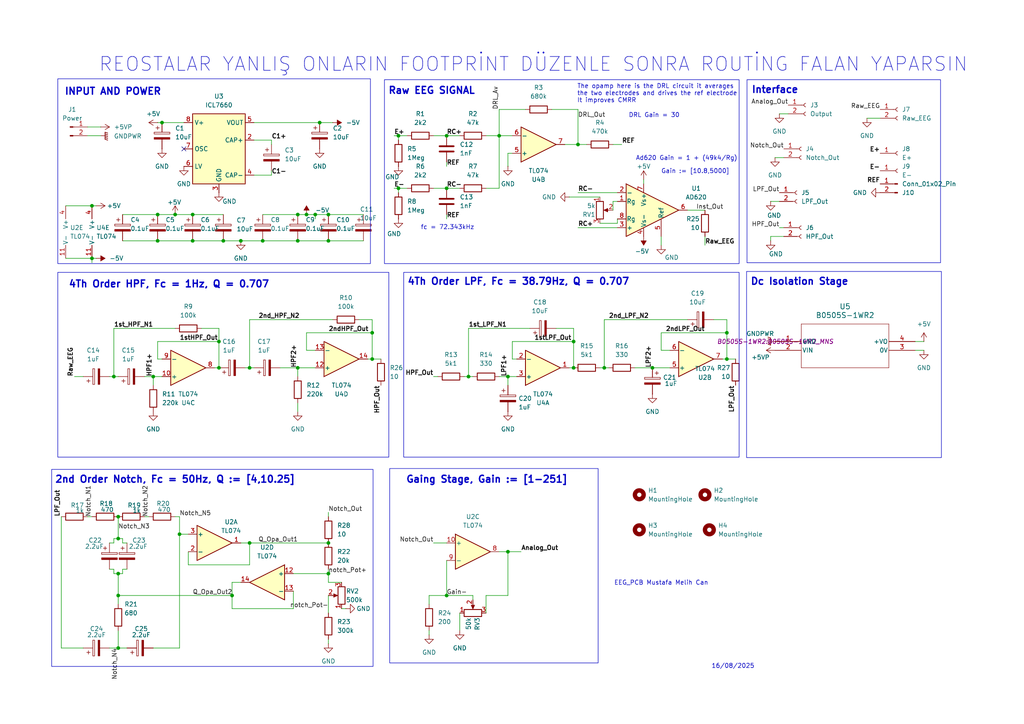
<source format=kicad_sch>
(kicad_sch (version 20231120) (generator "eeschema") (generator_version "8.0")
  (paper "A4")
  (junction (at 46.99 35.56))
  (junction (at 88.9 62.23))
  (junction (at 67.31 172.72))
  (junction (at 44.45 109.22))
  (junction (at 166.37 106.68))
  (junction (at 115.57 54.61))
  (junction (at 45.72 62.23))
  (junction (at 95.25 157.48))
  (junction (at 95.25 166.37))
  (junction (at 129.54 39.37))
  (junction (at 135.89 109.22))
  (junction (at 189.23 106.68))
  (junction (at 115.57 39.37))
  (junction (at 92.71 35.56))
  (junction (at 63.5 99.06))
  (junction (at 26.67 59.69))
  (junction (at 34.29 172.72))
  (junction (at 63.5 106.68))
  (junction (at 86.36 62.23))
  (junction (at 175.26 106.68))
  (junction (at 107.95 104.14))
  (junction (at 34.29 149.86))
  (junction (at 144.78 39.37))
  (junction (at 26.67 74.93))
  (junction (at 95.25 69.85))
  (junction (at 34.29 166.37))
  (junction (at 147.32 160.02))
  (junction (at 166.37 99.06))
  (junction (at 129.54 172.72))
  (junction (at 86.36 106.68))
  (junction (at 129.54 54.61))
  (junction (at 50.8 62.23))
  (junction (at 34.29 156.21))
  (junction (at 210.82 96.52))
  (junction (at 34.29 187.96))
  (junction (at 167.64 41.91))
  (junction (at 107.95 96.52))
  (junction (at 86.36 69.85))
  (junction (at 95.25 62.23))
  (junction (at 55.88 62.23))
  (junction (at 52.07 154.94))
  (junction (at 55.88 69.85))
  (junction (at 210.82 104.14))
  (junction (at 72.39 157.48))
  (junction (at 147.32 109.22))
  (junction (at 91.44 62.23))
  (junction (at 72.39 106.68))
  (junction (at 33.02 109.22))
  (junction (at 64.77 69.85))
  (junction (at 76.2 69.85))
  (junction (at 45.72 69.85))
  (junction (at 69.85 69.85))
  (no_connect (at 53.34 43.18))
  (wire (pts (xy 125.73 157.48) (xy 129.54 157.48)))
  (wire (pts (xy 135.89 95.25) (xy 153.67 95.25)))
  (wire (pts (xy 175.26 106.68) (xy 176.53 106.68)))
  (wire (pts (xy 31.75 109.22) (xy 33.02 109.22)))
  (wire (pts (xy 69.85 157.48) (xy 72.39 157.48)))
  (wire (pts (xy 58.42 95.25) (xy 63.5 95.25)))
  (wire (pts (xy 45.72 69.85) (xy 55.88 69.85)))
  (wire (pts (xy 129.54 62.23) (xy 129.54 63.5)))
  (wire (pts (xy 95.25 185.42) (xy 95.25 186.69)))
  (wire (pts (xy 73.66 35.56) (xy 92.71 35.56)))
  (wire (pts (xy 125.73 109.22) (xy 127 109.22)))
  (wire (pts (xy 129.54 172.72) (xy 137.16 172.72)))
  (wire (pts (xy 91.44 62.23) (xy 88.9 62.23)))
  (wire (pts (xy 26.67 74.93) (xy 26.67 76.2)))
  (wire (pts (xy 147.32 109.22) (xy 147.32 111.76)))
  (wire (pts (xy 44.45 109.22) (xy 46.99 109.22)))
  (wire (pts (xy 35.56 165.1) (xy 36.83 165.1)))
  (wire (pts (xy 27.94 74.93) (xy 26.67 74.93)))
  (wire (pts (xy 144.78 31.75) (xy 144.78 39.37)))
  (wire (pts (xy 135.89 109.22) (xy 135.89 95.25)))
  (wire (pts (xy 33.02 156.21) (xy 33.02 157.48)))
  (wire (pts (xy 63.5 106.68) (xy 62.23 106.68)))
  (wire (pts (xy 95.25 165.1) (xy 95.25 166.37)))
  (wire (pts (xy 186.69 52.07) (xy 186.69 53.34)))
  (wire (pts (xy 129.54 46.99) (xy 129.54 48.26)))
  (wire (pts (xy 124.46 172.72) (xy 129.54 172.72)))
  (wire (pts (xy 50.8 149.86) (xy 52.07 149.86)))
  (wire (pts (xy 92.71 35.56) (xy 96.52 35.56)))
  (wire (pts (xy 166.37 95.25) (xy 166.37 99.06)))
  (wire (pts (xy 149.86 104.14) (xy 148.59 104.14)))
  (wire (pts (xy 44.45 109.22) (xy 44.45 111.76)))
  (wire (pts (xy 67.31 176.53) (xy 67.31 172.72)))
  (wire (pts (xy 69.85 69.85) (xy 76.2 69.85)))
  (wire (pts (xy 35.56 62.23) (xy 45.72 62.23)))
  (wire (pts (xy 95.25 62.23) (xy 105.41 62.23)))
  (wire (pts (xy 76.2 69.85) (xy 86.36 69.85)))
  (wire (pts (xy 223.52 69.85) (xy 223.52 68.58)))
  (wire (pts (xy 191.77 101.6) (xy 194.31 101.6)))
  (wire (pts (xy 129.54 162.56) (xy 129.54 172.72)))
  (wire (pts (xy 104.14 92.71) (xy 107.95 92.71)))
  (wire (pts (xy 95.25 148.59) (xy 95.25 149.86)))
  (wire (pts (xy 88.9 96.52) (xy 107.95 96.52)))
  (wire (pts (xy 33.02 165.1) (xy 31.75 165.1)))
  (wire (pts (xy 114.3 39.37) (xy 115.57 39.37)))
  (wire (pts (xy 67.31 168.91) (xy 69.85 168.91)))
  (wire (pts (xy 72.39 106.68) (xy 72.39 92.71)))
  (wire (pts (xy 25.4 39.37) (xy 29.21 39.37)))
  (wire (pts (xy 35.56 157.48) (xy 36.83 157.48)))
  (wire (pts (xy 148.59 104.14) (xy 148.59 99.06)))
  (wire (pts (xy 148.59 99.06) (xy 166.37 99.06)))
  (wire (pts (xy 210.82 104.14) (xy 213.36 104.14)))
  (wire (pts (xy 85.09 166.37) (xy 95.25 166.37)))
  (wire (pts (xy 167.64 66.04) (xy 179.07 66.04)))
  (wire (pts (xy 115.57 54.61) (xy 115.57 55.88)))
  (wire (pts (xy 34.29 187.96) (xy 36.83 187.96)))
  (wire (pts (xy 177.8 60.96) (xy 177.8 58.42)))
  (wire (pts (xy 191.77 101.6) (xy 191.77 96.52)))
  (wire (pts (xy 33.02 109.22) (xy 34.29 109.22)))
  (wire (pts (xy 177.8 41.91) (xy 180.34 41.91)))
  (wire (pts (xy 144.78 109.22) (xy 147.32 109.22)))
  (wire (pts (xy 163.83 41.91) (xy 167.64 41.91)))
  (wire (pts (xy 129.54 54.61) (xy 133.35 54.61)))
  (wire (pts (xy 78.74 41.91) (xy 78.74 40.64)))
  (wire (pts (xy 251.46 34.29) (xy 255.27 34.29)))
  (wire (pts (xy 175.26 92.71) (xy 199.39 92.71)))
  (wire (pts (xy 26.67 59.69) (xy 27.94 59.69)))
  (wire (pts (xy 44.45 187.96) (xy 52.07 187.96)))
  (wire (pts (xy 45.72 104.14) (xy 45.72 99.06)))
  (wire (pts (xy 45.72 62.23) (xy 50.8 62.23)))
  (wire (pts (xy 210.82 104.14) (xy 209.55 104.14)))
  (wire (pts (xy 207.01 92.71) (xy 210.82 92.71)))
  (wire (pts (xy 86.36 106.68) (xy 91.44 106.68)))
  (wire (pts (xy 191.77 96.52) (xy 210.82 96.52)))
  (wire (pts (xy 161.29 95.25) (xy 166.37 95.25)))
  (wire (pts (xy 189.23 106.68) (xy 194.31 106.68)))
  (wire (pts (xy 95.25 69.85) (xy 105.41 69.85)))
  (wire (pts (xy 124.46 182.88) (xy 124.46 184.15)))
  (wire (pts (xy 107.95 96.52) (xy 107.95 104.14)))
  (wire (pts (xy 134.62 109.22) (xy 135.89 109.22)))
  (wire (pts (xy 179.07 64.77) (xy 179.07 63.5)))
  (wire (pts (xy 86.36 119.38) (xy 86.36 116.84)))
  (wire (pts (xy 34.29 172.72) (xy 34.29 175.26)))
  (wire (pts (xy 41.91 149.86) (xy 43.18 149.86)))
  (wire (pts (xy 147.32 172.72) (xy 147.32 160.02)))
  (wire (pts (xy 54.61 163.83) (xy 72.39 163.83)))
  (wire (pts (xy 147.32 160.02) (xy 151.13 160.02)))
  (wire (pts (xy 31.75 187.96) (xy 34.29 187.96)))
  (wire (pts (xy 91.44 63.5) (xy 91.44 62.23)))
  (wire (pts (xy 133.35 177.8) (xy 133.35 182.88)))
  (wire (pts (xy 223.52 68.58) (xy 227.33 68.58)))
  (wire (pts (xy 191.77 68.58) (xy 191.77 71.12)))
  (wire (pts (xy 33.02 166.37) (xy 33.02 165.1)))
  (wire (pts (xy 55.88 69.85) (xy 64.77 69.85)))
  (wire (pts (xy 72.39 92.71) (xy 96.52 92.71)))
  (wire (pts (xy 86.36 109.22) (xy 86.36 106.68)))
  (wire (pts (xy 21.59 109.22) (xy 24.13 109.22)))
  (wire (pts (xy 67.31 172.72) (xy 67.31 168.91)))
  (wire (pts (xy 72.39 157.48) (xy 95.25 157.48)))
  (wire (pts (xy 137.16 173.99) (xy 137.16 172.72)))
  (wire (pts (xy 34.29 149.86) (xy 34.29 156.21)))
  (wire (pts (xy 88.9 101.6) (xy 88.9 96.52)))
  (wire (pts (xy 63.5 99.06) (xy 63.5 106.68)))
  (wire (pts (xy 223.52 58.42) (xy 226.06 58.42)))
  (wire (pts (xy 265.43 101.6) (xy 267.97 101.6)))
  (wire (pts (xy 173.99 64.77) (xy 179.07 64.77)))
  (wire (pts (xy 210.82 96.52) (xy 210.82 104.14)))
  (wire (pts (xy 114.3 54.61) (xy 115.57 54.61)))
  (wire (pts (xy 72.39 106.68) (xy 73.66 106.68)))
  (wire (pts (xy 199.39 60.96) (xy 204.47 60.96)))
  (wire (pts (xy 63.5 95.25) (xy 63.5 99.06)))
  (wire (pts (xy 86.36 62.23) (xy 88.9 62.23)))
  (wire (pts (xy 73.66 50.8) (xy 78.74 50.8)))
  (wire (pts (xy 115.57 39.37) (xy 115.57 40.64)))
  (wire (pts (xy 152.4 31.75) (xy 144.78 31.75)))
  (wire (pts (xy 204.47 71.12) (xy 204.47 68.58)))
  (wire (pts (xy 35.56 69.85) (xy 45.72 69.85)))
  (wire (pts (xy 54.61 160.02) (xy 54.61 163.83)))
  (wire (pts (xy 99.06 176.53) (xy 100.33 176.53)))
  (wire (pts (xy 81.28 106.68) (xy 86.36 106.68)))
  (wire (pts (xy 167.64 55.88) (xy 179.07 55.88)))
  (wire (pts (xy 226.06 33.02) (xy 228.6 33.02)))
  (wire (pts (xy 64.77 69.85) (xy 69.85 69.85)))
  (wire (pts (xy 226.06 66.04) (xy 227.33 66.04)))
  (wire (pts (xy 125.73 54.61) (xy 129.54 54.61)))
  (wire (pts (xy 34.29 166.37) (xy 33.02 166.37)))
  (wire (pts (xy 46.99 35.56) (xy 53.34 35.56)))
  (wire (pts (xy 45.72 99.06) (xy 63.5 99.06)))
  (wire (pts (xy 52.07 154.94) (xy 54.61 154.94)))
  (wire (pts (xy 71.12 106.68) (xy 72.39 106.68)))
  (wire (pts (xy 147.32 48.26) (xy 147.32 44.45)))
  (wire (pts (xy 85.09 176.53) (xy 67.31 176.53)))
  (wire (pts (xy 41.91 109.22) (xy 44.45 109.22)))
  (wire (pts (xy 17.78 149.86) (xy 17.78 187.96)))
  (wire (pts (xy 140.97 54.61) (xy 144.78 54.61)))
  (wire (pts (xy 177.8 58.42) (xy 179.07 58.42)))
  (wire (pts (xy 166.37 106.68) (xy 165.1 106.68)))
  (wire (pts (xy 50.8 62.23) (xy 55.88 62.23)))
  (wire (pts (xy 144.78 39.37) (xy 144.78 54.61)))
  (wire (pts (xy 34.29 166.37) (xy 35.56 166.37)))
  (wire (pts (xy 33.02 157.48) (xy 31.75 157.48)))
  (wire (pts (xy 115.57 54.61) (xy 118.11 54.61)))
  (wire (pts (xy 73.66 40.64) (xy 78.74 40.64)))
  (wire (pts (xy 78.74 49.53) (xy 78.74 50.8)))
  (wire (pts (xy 35.56 166.37) (xy 35.56 165.1)))
  (wire (pts (xy 33.02 109.22) (xy 33.02 95.25)))
  (wire (pts (xy 33.02 95.25) (xy 50.8 95.25)))
  (wire (pts (xy 45.72 35.56) (xy 46.99 35.56)))
  (wire (pts (xy 17.78 187.96) (xy 24.13 187.96)))
  (wire (pts (xy 173.99 106.68) (xy 175.26 106.68)))
  (wire (pts (xy 175.26 106.68) (xy 175.26 92.71)))
  (wire (pts (xy 76.2 62.23) (xy 86.36 62.23)))
  (wire (pts (xy 19.05 74.93) (xy 26.67 74.93)))
  (wire (pts (xy 34.29 182.88) (xy 34.29 187.96)))
  (wire (pts (xy 129.54 39.37) (xy 133.35 39.37)))
  (wire (pts (xy 19.05 59.69) (xy 26.67 59.69)))
  (wire (pts (xy 144.78 39.37) (xy 148.59 39.37)))
  (wire (pts (xy 115.57 39.37) (xy 118.11 39.37)))
  (wire (pts (xy 224.79 45.72) (xy 227.33 45.72)))
  (wire (pts (xy 140.97 39.37) (xy 144.78 39.37)))
  (wire (pts (xy 72.39 163.83) (xy 72.39 157.48)))
  (wire (pts (xy 140.97 172.72) (xy 147.32 172.72)))
  (wire (pts (xy 34.29 156.21) (xy 33.02 156.21)))
  (wire (pts (xy 95.25 166.37) (xy 95.25 168.91)))
  (wire (pts (xy 135.89 109.22) (xy 137.16 109.22)))
  (wire (pts (xy 85.09 171.45) (xy 85.09 176.53)))
  (wire (pts (xy 147.32 160.02) (xy 144.78 160.02)))
  (wire (pts (xy 55.88 62.23) (xy 64.77 62.23)))
  (wire (pts (xy 95.25 172.72) (xy 95.25 177.8)))
  (wire (pts (xy 46.99 104.14) (xy 45.72 104.14)))
  (wire (pts (xy 34.29 166.37) (xy 34.29 172.72)))
  (wire (pts (xy 140.97 172.72) (xy 140.97 177.8)))
  (wire (pts (xy 167.64 31.75) (xy 160.02 31.75)))
  (wire (pts (xy 95.25 168.91) (xy 99.06 168.91)))
  (wire (pts (xy 107.95 92.71) (xy 107.95 96.52)))
  (wire (pts (xy 167.64 41.91) (xy 170.18 41.91)))
  (wire (pts (xy 165.1 57.15) (xy 173.99 57.15)))
  (wire (pts (xy 107.95 104.14) (xy 110.49 104.14)))
  (wire (pts (xy 147.32 44.45) (xy 148.59 44.45)))
  (wire (pts (xy 124.46 175.26) (xy 124.46 172.72)))
  (wire (pts (xy 25.4 36.83) (xy 29.21 36.83)))
  (wire (pts (xy 52.07 154.94) (xy 52.07 149.86)))
  (wire (pts (xy 52.07 187.96) (xy 52.07 154.94)))
  (wire (pts (xy 35.56 156.21) (xy 34.29 156.21)))
  (wire (pts (xy 107.95 104.14) (xy 106.68 104.14)))
  (wire (pts (xy 34.29 172.72) (xy 67.31 172.72)))
  (wire (pts (xy 35.56 156.21) (xy 35.56 157.48)))
  (wire (pts (xy 26.67 149.86) (xy 25.4 149.86)))
  (wire (pts (xy 86.36 69.85) (xy 95.25 69.85)))
  (wire (pts (xy 91.44 62.23) (xy 95.25 62.23)))
  (wire (pts (xy 184.15 106.68) (xy 189.23 106.68)))
  (wire (pts (xy 147.32 109.22) (xy 149.86 109.22)))
  (wire (pts (xy 210.82 92.71) (xy 210.82 96.52)))
  (wire (pts (xy 265.43 99.06) (xy 267.97 99.06)))
  (wire (pts (xy 166.37 99.06) (xy 166.37 106.68)))
  (wire (pts (xy 91.44 101.6) (xy 88.9 101.6)))
  (wire (pts (xy 125.73 39.37) (xy 129.54 39.37)))
  (wire (pts (xy 167.64 41.91) (xy 167.64 31.75)))
  (rectangle (start 14.986 136.144) (end 108.204 193.294))
  (rectangle (start 117.094 78.994) (end 214.376 132.588))
  (rectangle (start 16.764 78.994) (end 112.776 132.588))
  (rectangle (start 113.03 135.89) (end 173.482 192.278))
  (rectangle (start 16.764 22.86) (end 107.442 76.454))
  (rectangle (start 216.662 23.114) (end 272.796 76.2))
  (rectangle (start 111.506 23.114) (end 214.376 76.454))
  (rectangle (start 216.535 78.74) (end 273.05 132.715))
  (text "REOSTALAR YANLIŞ ONLARIN FOOTPRİNT DÜZENLE SONRA ROUTİNG FALAN YAPARSIN" (at 154.686 18.796 0) (effects (font (size 4 4))))
  (text "fc = 72.343kHz\n" (at 129.794 66.04 0) (effects (font (size 1.27 1.27))))
  (text "The opamp here is the DRL circuit it averages \nthe two electrodes and drives the ref electrode\nIt improves CMRR" (at 167.386 27.178 0) (effects (font (size 1.27 1.27)) (justify left)))
  (text "DRL Gain = 30" (at 189.738 33.528 0) (effects (font (size 1.27 1.27))))
  (text "Interface" (at 224.79 26.162 0) (effects (font (size 2 2) (bold yes))))
  (text "Ad620 Gain = 1 + (49k4/Rg) " (at 199.644 45.974 0) (effects (font (size 1.27 1.27))))
  (text "Dc Isolation Stage\n" (at 231.902 81.788 0) (effects (font (size 2 2) (thickness 0.4) (bold yes))))
  (text "4Th Order LPF, Fc = 38.79Hz, Q = 0.707" (at 150.368 81.788 0) (effects (font (size 2 2) (bold yes))))
  (text "2nd Order Notch, Fc = 50Hz, Q := [4,10.25]" (at 50.8 139.192 0) (effects (font (size 2 2) (bold yes))))
  (text "4Th Order HPF, Fc = 1Hz, Q = 0.707 " (at 49.784 82.55 0) (effects (font (size 2 2) (bold yes))))
  (text "Gaing Stage, Gain := [1-251]" (at 141.224 139.192 0) (effects (font (size 2 2) (bold yes))))
  (text "EEG_PCB Mustafa Melih Can " (at 192.278 169.164 0) (effects (font (size 1.27 1.27))))
  (text "INPUT AND POWER\n" (at 32.766 26.67 0) (effects (font (size 2 2) (thickness 0.4) (bold yes))))
  (text "Raw EEG SIGNAL" (at 125.222 26.416 0) (effects (font (size 2 2) (thickness 0.4) (bold yes))))
  (text "Gain := [10.8,5000]" (at 201.676 49.784 0) (effects (font (size 1.27 1.27))))
  (text "16/08/2025" (at 212.598 193.294 0) (effects (font (size 1.27 1.27))))
  (label "2nd_LPF_N2" (at 176.53 92.71 0) (effects (font (bold yes))))
  (label "1stHPF_Out" (at 52.07 99.06 0) (effects (font (bold yes))))
  (label "RC-" (at 129.54 54.61 0) (effects (font (bold yes))))
  (label "REF" (at 255.27 53.34 180) (effects (font (bold yes))))
  (label "HPF_Out" (at 125.73 109.22 180) (effects (font (bold yes))))
  (label "E-" (at 255.27 49.53 180) (effects (font (bold yes))))
  (label "Q_Opa_Out2" (at 55.88 172.72 0))
  (label "Raw_EEG" (at 21.59 109.22 90) (effects (font (bold yes))))
  (label "C1-" (at 78.74 50.8 0) (effects (font (bold yes))))
  (label "1st_HPF_N1" (at 33.02 95.25 0) (effects (font (bold yes))))
  (label "Notch_Out" (at 95.25 148.59 0))
  (label "Analog_Out" (at 151.13 160.02 0) (effects (font (thickness 0.254) (bold yes))))
  (label "HPF_Out" (at 110.49 111.76 270) (effects (font (bold yes))))
  (label "LPF_Out" (at 226.06 55.88 180))
  (label "LPF_Out" (at 17.78 149.86 90) (effects (font (bold yes))))
  (label "Raw_EEG" (at 204.47 71.12 0) (effects (font (bold yes))))
  (label "Inst_Out" (at 201.93 60.96 0))
  (label "DRL_Av" (at 144.78 31.75 90))
  (label "Notch_N2" (at 43.18 149.86 90))
  (label "Notch_N4" (at 34.29 187.96 270))
  (label "E-" (at 114.3 54.61 0) (effects (font (bold yes))))
  (label "REF" (at 129.54 63.5 0) (effects (font (bold yes))))
  (label "Q_Opa_Out1" (at 74.93 157.48 0))
  (label "Gain-" (at 129.54 172.72 0))
  (label "1stLPF_Out" (at 154.94 99.06 0) (effects (font (bold yes))))
  (label "REF" (at 129.54 48.26 0) (effects (font (bold yes))))
  (label "Analog_Out" (at 228.6 30.48 180))
  (label "HPF2+" (at 86.36 106.68 90) (effects (font (bold yes))))
  (label "Notch_Out" (at 227.33 43.18 180))
  (label "Raw_EEG" (at 255.27 31.75 180))
  (label "2ndLPF_Out" (at 193.04 96.52 0) (effects (font (bold yes))))
  (label "REF" (at 180.34 41.91 0) (effects (font (bold yes))))
  (label "RC+" (at 167.64 66.04 0) (effects (font (bold yes))))
  (label "HPF_Out" (at 226.06 66.04 180))
  (label "Notch_N3" (at 34.29 153.67 0))
  (label "LPF_Out" (at 213.36 111.76 270) (effects (font (bold yes))))
  (label "RC+" (at 129.54 39.37 0) (effects (font (bold yes))))
  (label "Notch_Out" (at 125.73 157.48 180))
  (label "2ndHPF_Out" (at 95.25 96.52 0) (effects (font (bold yes))))
  (label "1st_LPF_N1" (at 135.89 95.25 0) (effects (font (bold yes))))
  (label "2nd_HPF_N2" (at 74.93 92.71 0) (effects (font (bold yes))))
  (label "RC-" (at 167.64 55.88 0) (effects (font (bold yes))))
  (label "Notch_N5" (at 52.07 149.86 0))
  (label "HPF1+" (at 44.45 109.22 90) (effects (font (bold yes))))
  (label "DRL_Out" (at 167.64 34.29 0))
  (label "LPF2+" (at 189.23 106.68 90) (effects (font (bold yes))))
  (label "LPF1+" (at 147.32 109.22 90) (effects (font (bold yes))))
  (label "C1+" (at 78.74 40.64 0) (effects (font (bold yes))))
  (label "notch_Pot-" (at 95.25 176.53 180))
  (label "E+" (at 255.27 44.45 180) (effects (font (bold yes))))
  (label "E+" (at 114.3 39.37 0) (effects (font (bold yes))))
  (label "notch_Pot+" (at 95.25 166.37 0))
  (label "Notch_N1" (at 26.67 149.86 90))
  (symbol (lib_id "Connector:Conn_01x02_Socket") (at 231.14 55.88 0) (unit 1)
    (property "Reference" "J5" (at 232.41 55.8799 0) (effects (justify left)))
    (property "Value" "LPF_Out" (at 232.41 58.4199 0) (effects (justify left)))
    (property "Footprint" "Connector_PinHeader_2.54mm:PinHeader_1x02_P2.54mm_Vertical" (effects (hide yes)))
    (property "Description" "Generic connector, single row, 01x02, script generated" (effects (hide yes)))
  )
  (symbol (lib_id "Device:C_Polarized") (at 36.83 161.29 0) (unit 1)
    (property "Reference" "C23" (at 38.354 156.718 0) (effects (justify left)))
    (property "Value" "2.2uF" (at 37.338 158.496 0) (effects (justify left)))
    (property "Footprint" "Capacitor_THT:CP_Radial_D5.0mm_P2.50mm" (effects (hide yes)))
    (property "Description" "Polarized capacitor" (effects (hide yes)))
  )
  (symbol (lib_id "Device:R") (at 44.45 115.57 0) (unit 1)
    (property "Reference" "R11" (at 46.99 114.2999 0) (effects (justify left)))
    (property "Value" "220k" (at 46.99 116.8399 0) (effects (justify left)))
    (property "Footprint" "Resistor_THT:R_Axial_DIN0207_L6.3mm_D2.5mm_P10.16mm_Horizontal" (effects (hide yes)))
    (property "Description" "Resistor" (effects (hide yes)))
  )
  (symbol (lib_id "power:+5V") (at 267.97 99.06 0) (unit 1)
    (property "Reference" "#PWR038" (effects (hide yes)))
    (property "Value" "+5V" (at 267.97 93.98 0))
    (property "Description" "Power symbol creates a global label with name \"+5V\"" (effects (hide yes)))
  )
  (symbol (lib_id "Device:R") (at 86.36 113.03 0) (unit 1)
    (property "Reference" "R12" (at 88.9 111.7599 0) (effects (justify left)))
    (property "Value" "220k" (at 88.9 114.2999 0) (effects (justify left)))
    (property "Footprint" "Resistor_THT:R_Axial_DIN0207_L6.3mm_D2.5mm_P10.16mm_Horizontal" (effects (hide yes)))
    (property "Description" "Resistor" (effects (hide yes)))
  )
  (symbol (lib_id "Device:R") (at 54.61 95.25 90) (unit 1)
    (property "Reference" "R9" (at 54.61 88.9 90))
    (property "Value" "100k" (at 54.61 91.44 90))
    (property "Footprint" "Resistor_THT:R_Axial_DIN0207_L6.3mm_D2.5mm_P10.16mm_Horizontal" (effects (hide yes)))
    (property "Description" "Resistor" (effects (hide yes)))
  )
  (symbol (lib_id "power:-9V") (at 96.52 35.56 270) (unit 1)
    (property "Reference" "#PWR08" (effects (hide yes)))
    (property "Value" "-5V" (at 100.33 35.5599 90) (effects (justify left)))
    (property "Description" "Power symbol creates a global label with name \"-9V\"" (effects (hide yes)))
  )
  (symbol (lib_id "power:GNDPWR") (at 224.79 99.06 270) (unit 1)
    (property "Reference" "#PWR036" (effects (hide yes)))
    (property "Value" "GNDPWR" (at 224.536 96.774 90) (effects (justify right)))
    (property "Description" "Power symbol creates a global label with name \"GNDPWR\" , global ground" (effects (hide yes)))
  )
  (symbol (lib_id "Amplifier_Operational:TL074") (at 157.48 106.68 0) (mirror x) (unit 1)
    (property "Reference" "U4" (at 157.48 116.84 0))
    (property "Value" "TL074" (at 157.48 114.3 0))
    (property "Footprint" "Package_DIP:DIP-14_W7.62mm_LongPads" (effects (hide yes)))
    (property "Datasheet" "http://www.ti.com/lit/ds/symlink/tl071.pdf" (effects (hide yes)))
    (property "Description" "Quad Low-Noise JFET-Input Operational Amplifiers, DIP-14/SOIC-14" (effects (hide yes)))
  )
  (symbol (lib_id "Device:C_Polarized") (at 76.2 66.04 0) (unit 1)
    (property "Reference" "C8" (at 78.486 63.754 0) (effects (justify left)))
    (property "Value" "0.1uF" (at 78.486 66.294 0) (effects (justify left)))
    (property "Footprint" "Capacitor_THT:CP_Radial_D5.0mm_P2.50mm" (effects (hide yes)))
    (property "Description" "Polarized capacitor" (effects (hide yes)))
  )
  (symbol (lib_id "Device:R") (at 121.92 39.37 270) (unit 1)
    (property "Reference" "R1" (at 121.92 33.02 90))
    (property "Value" "2k2" (at 121.92 35.56 90))
    (property "Footprint" "Resistor_THT:R_Axial_DIN0207_L6.3mm_D2.5mm_P10.16mm_Horizontal" (effects (hide yes)))
    (property "Description" "Resistor" (effects (hide yes)))
  )
  (symbol (lib_id "Device:C_Polarized") (at 55.88 66.04 0) (unit 1)
    (property "Reference" "C6" (at 58.166 63.754 0) (effects (justify left)))
    (property "Value" "0.1uF" (at 58.166 66.294 0) (effects (justify left)))
    (property "Footprint" "Capacitor_THT:CP_Radial_D5.0mm_P2.50mm" (effects (hide yes)))
    (property "Description" "Polarized capacitor" (effects (hide yes)))
  )
  (symbol (lib_id "power:GND") (at 53.34 48.26 0) (unit 1)
    (property "Reference" "#PWR030" (effects (hide yes)))
    (property "Value" "GND" (at 53.34 53.34 0))
    (property "Description" "Power symbol creates a global label with name \"GND\" , ground" (effects (hide yes)))
  )
  (symbol (lib_id "Mechanical:MountingHole") (at 204.47 143.51 0) (unit 1) (exclude_from_sim yes) (in_bom no)
    (property "Reference" "H2" (at 207.01 142.2399 0) (effects (justify left)))
    (property "Value" "MountingHole" (at 207.01 144.7799 0) (effects (justify left)))
    (property "Footprint" "MountingHole:MountingHole_4.3mm_M4" (effects (hide yes)))
    (property "Description" "Mounting Hole without connection" (effects (hide yes)))
  )
  (symbol (lib_id "Device:R") (at 95.25 161.29 180) (unit 1)
    (property "Reference" "R22" (at 97.79 160.0199 0) (effects (justify right)))
    (property "Value" "20k" (at 97.79 162.5599 0) (effects (justify right)))
    (property "Footprint" "Resistor_THT:R_Axial_DIN0207_L6.3mm_D2.5mm_P10.16mm_Horizontal" (effects (hide yes)))
    (property "Description" "Resistor" (effects (hide yes)))
  )
  (symbol (lib_id "Connector:Conn_01x02_Socket") (at 232.41 66.04 0) (unit 1)
    (property "Reference" "J6" (at 233.68 66.0399 0) (effects (justify left)))
    (property "Value" "HPF_Out" (at 233.68 68.5799 0) (effects (justify left)))
    (property "Footprint" "Connector_PinHeader_2.54mm:PinHeader_1x02_P2.54mm_Vertical" (effects (hide yes)))
    (property "Description" "Generic connector, single row, 01x02, script generated" (effects (hide yes)))
  )
  (symbol (lib_id "Mechanical:MountingHole") (at 185.42 143.51 0) (unit 1) (exclude_from_sim yes) (in_bom no)
    (property "Reference" "H1" (at 187.96 142.2399 0) (effects (justify left)))
    (property "Value" "MountingHole" (at 187.96 144.7799 0) (effects (justify left)))
    (property "Footprint" "MountingHole:MountingHole_4.3mm_M4" (effects (hide yes)))
    (property "Description" "Mounting Hole without connection" (effects (hide yes)))
  )
  (symbol (lib_id "power:GND") (at 223.52 58.42 0) (unit 1)
    (property "Reference" "#PWR025" (effects (hide yes)))
    (property "Value" "GND" (at 224.536 62.484 0))
    (property "Description" "Power symbol creates a global label with name \"GND\" , ground" (effects (hide yes)))
  )
  (symbol (lib_id "Device:R") (at 121.92 54.61 270) (unit 1)
    (property "Reference" "R6" (at 121.92 48.26 90))
    (property "Value" "2k2" (at 121.92 50.8 90))
    (property "Footprint" "Resistor_THT:R_Axial_DIN0207_L6.3mm_D2.5mm_P10.16mm_Horizontal" (effects (hide yes)))
    (property "Description" "Resistor" (effects (hide yes)))
  )
  (symbol (lib_id "Connector:Conn_01x02_Socket") (at 233.68 30.48 0) (unit 1)
    (property "Reference" "J3" (at 234.95 30.4799 0) (effects (justify left)))
    (property "Value" "Output" (at 234.95 33.0199 0) (effects (justify left)))
    (property "Footprint" "Connector_PinHeader_2.54mm:PinHeader_1x02_P2.54mm_Vertical" (effects (hide yes)))
    (property "Description" "Generic connector, single row, 01x02, script generated" (effects (hide yes)))
  )
  (symbol (lib_id "Device:C_Polarized") (at 77.47 106.68 90) (unit 1)
    (property "Reference" "C17" (at 76.581 99.06 90))
    (property "Value" "1uF" (at 76.581 101.6 90))
    (property "Footprint" "Capacitor_THT:CP_Radial_D5.0mm_P2.50mm" (effects (hide yes)))
    (property "Description" "Polarized capacitor" (effects (hide yes)))
  )
  (symbol (lib_id "power:GNDPWR") (at 29.21 39.37 90) (unit 1)
    (property "Reference" "#PWR04" (effects (hide yes)))
    (property "Value" "GNDPWR" (at 33.02 39.4969 90) (effects (justify right)))
    (property "Description" "Power symbol creates a global label with name \"GNDPWR\" , global ground" (effects (hide yes)))
  )
  (symbol (lib_id "Device:C") (at 129.54 43.18 0) (unit 1)
    (property "Reference" "C12" (at 133.35 41.9099 0) (effects (justify left)))
    (property "Value" "1nF" (at 133.35 44.4499 0) (effects (justify left)))
    (property "Footprint" "Capacitor_THT:C_Disc_D4.7mm_W2.5mm_P5.00mm" (effects (hide yes)))
    (property "Description" "Unpolarized capacitor" (effects (hide yes)))
  )
  (symbol (lib_id "Device:R_Potentiometer") (at 137.16 177.8 90) (unit 1)
    (property "Reference" "RV3" (at 138.43 179.07 0) (effects (justify right)))
    (property "Value" "50k" (at 135.89 179.07 0) (effects (justify right)))
    (property "Footprint" "Potentiometer_THT:Potentiometer_Alps_RK163_Single_Horizontal" (effects (hide yes)))
    (property "Description" "Potentiometer" (effects (hide yes)))
  )
  (symbol (lib_id "Amplifier_Operational:TL074") (at 54.61 106.68 0) (mirror x) (unit 3)
    (property "Reference" "U4" (at 54.61 116.84 0))
    (property "Value" "TL074" (at 54.61 114.3 0))
    (property "Footprint" "Package_DIP:DIP-14_W7.62mm_LongPads" (effects (hide yes)))
    (property "Datasheet" "http://www.ti.com/lit/ds/symlink/tl071.pdf" (effects (hide yes)))
    (property "Description" "Quad Low-Noise JFET-Input Operational Amplifiers, DIP-14/SOIC-14" (effects (hide yes)))
  )
  (symbol (lib_id "Connector:Conn_01x02_Pin") (at 260.35 53.34 0) (mirror y) (unit 1)
    (property "Reference" "J10" (at 261.62 55.8801 0) (effects (justify right)))
    (property "Value" "Conn_01x02_Pin" (at 261.62 53.3401 0) (effects (justify right)))
    (property "Footprint" "Connector_PinHeader_2.54mm:PinHeader_1x02_P2.54mm_Vertical" (effects (hide yes)))
    (property "Description" "Generic connector, single row, 01x02, script generated" (effects (hide yes)))
  )
  (symbol (lib_id "Amplifier_Operational:TL074") (at 156.21 41.91 0) (mirror x) (unit 2)
    (property "Reference" "U4" (at 156.21 52.07 0))
    (property "Value" "TL074" (at 156.21 49.53 0))
    (property "Footprint" "Package_DIP:DIP-14_W7.62mm_LongPads" (effects (hide yes)))
    (property "Datasheet" "http://www.ti.com/lit/ds/symlink/tl071.pdf" (effects (hide yes)))
    (property "Description" "Quad Low-Noise JFET-Input Operational Amplifiers, DIP-14/SOIC-14" (effects (hide yes)))
  )
  (symbol (lib_id "Regulator_SwitchedCapacitor:ICL7660") (at 63.5 43.18 0) (unit 1)
    (property "Reference" "U3" (at 63.5 27.94 0))
    (property "Value" "ICL7660" (at 63.5 30.48 0))
    (property "Footprint" "Package_DIP:DIP-8_W7.62mm_LongPads" (effects (hide yes)))
    (property "Datasheet" "http://datasheets.maximintegrated.com/en/ds/ICL7660-MAX1044.pdf" (effects (hide yes)))
    (property "Description" "Switched-Capacitor Voltage Converter, 1.5V to 10.0V operating supply voltage, 10mA with a 0.5V output drop, SO-8/DIP-8/µMAX-8/TO-99" (effects (hide yes)))
  )
  (symbol (lib_id "power:GND") (at 124.46 184.15 0) (unit 1)
    (property "Reference" "#PWR022" (effects (hide yes)))
    (property "Value" "GND" (at 124.46 189.23 0))
    (property "Description" "Power symbol creates a global label with name \"GND\" , ground" (effects (hide yes)))
  )
  (symbol (lib_id "power:GND") (at 115.57 63.5 0) (unit 1)
    (property "Reference" "#PWR028" (effects (hide yes)))
    (property "Value" "GND" (at 114.3 67.818 0))
    (property "Description" "Power symbol creates a global label with name \"GND\" , ground" (effects (hide yes)))
  )
  (symbol (lib_id "Device:C_Polarized") (at 78.74 45.72 0) (unit 1)
    (property "Reference" "C3" (at 82.55 43.5609 0) (effects (justify left)))
    (property "Value" "10uF" (at 82.55 46.1009 0) (effects (justify left)))
    (property "Footprint" "Capacitor_THT:CP_Radial_D5.0mm_P2.50mm" (effects (hide yes)))
    (property "Description" "Polarized capacitor" (effects (hide yes)))
  )
  (symbol (lib_id "Device:R") (at 110.49 107.95 0) (unit 1)
    (property "Reference" "R26" (at 113.03 106.6799 0) (effects (justify left)))
    (property "Value" "10" (at 113.03 109.2199 0) (effects (justify left)))
    (property "Footprint" "Resistor_THT:R_Axial_DIN0207_L6.3mm_D2.5mm_P10.16mm_Horizontal" (effects (hide yes)))
    (property "Description" "Resistor" (effects (hide yes)))
  )
  (symbol (lib_id "Device:C_Polarized") (at 45.72 66.04 0) (unit 1)
    (property "Reference" "C5" (at 48.006 63.754 0) (effects (justify left)))
    (property "Value" "0.1uF" (at 48.006 66.294 0) (effects (justify left)))
    (property "Footprint" "Capacitor_THT:CP_Radial_D5.0mm_P2.50mm" (effects (hide yes)))
    (property "Description" "Polarized capacitor" (effects (hide yes)))
  )
  (symbol (lib_id "Device:C_Polarized") (at 40.64 187.96 90) (unit 1)
    (property "Reference" "C25" (at 42.926 182.372 90) (effects (justify left)))
    (property "Value" "2.2uF" (at 43.688 184.15 90) (effects (justify left)))
    (property "Footprint" "Capacitor_THT:CP_Radial_D5.0mm_P2.50mm" (effects (hide yes)))
    (property "Description" "Polarized capacitor" (effects (hide yes)))
  )
  (symbol (lib_id "power:+9V") (at 45.72 35.56 90) (unit 1)
    (property "Reference" "#PWR07" (effects (hide yes)))
    (property "Value" "+5V" (at 44.45 33.02 90))
    (property "Description" "Power symbol creates a global label with name \"+9V\"" (effects (hide yes)))
  )
  (symbol (lib_id "power:+9V") (at 27.94 59.69 270) (unit 1)
    (property "Reference" "#PWR014" (effects (hide yes)))
    (property "Value" "+5V" (at 30.988 59.69 90) (effects (justify left)))
    (property "Description" "Power symbol creates a global label with name \"+9V\"" (effects (hide yes)))
  )
  (symbol (lib_id "power:-9V") (at 27.94 74.93 270) (unit 1)
    (property "Reference" "#PWR013" (effects (hide yes)))
    (property "Value" "-5V" (at 31.75 74.9299 90) (effects (justify left)))
    (property "Description" "Power symbol creates a global label with name \"-9V\"" (effects (hide yes)))
  )
  (symbol (lib_id "power:GND") (at 191.77 71.12 0) (unit 1)
    (property "Reference" "#PWR039" (effects (hide yes)))
    (property "Value" "GND" (at 194.818 74.676 0))
    (property "Description" "Power symbol creates a global label with name \"GND\" , ground" (effects (hide yes)))
  )
  (symbol (lib_id "Device:R") (at 115.57 44.45 0) (unit 1)
    (property "Reference" "R5" (at 118.11 43.1799 0) (effects (justify left)))
    (property "Value" "1Meg" (at 118.11 45.7199 0) (effects (justify left)))
    (property "Footprint" "Resistor_THT:R_Axial_DIN0207_L6.3mm_D2.5mm_P10.16mm_Horizontal" (effects (hide yes)))
    (property "Description" "Resistor" (effects (hide yes)))
  )
  (symbol (lib_id "Device:R") (at 95.25 153.67 0) (unit 1)
    (property "Reference" "R28" (at 97.79 152.3999 0) (effects (justify left)))
    (property "Value" "10" (at 97.79 154.9399 0) (effects (justify left)))
    (property "Footprint" "Resistor_THT:R_Axial_DIN0207_L6.3mm_D2.5mm_P10.16mm_Horizontal" (effects (hide yes)))
    (property "Description" "Resistor" (effects (hide yes)))
  )
  (symbol (lib_id "Amplifier_Operational:TL074") (at 21.59 67.31 0) (unit 5)
    (property "Reference" "U2" (at 20.32 66.0399 0) (effects (justify left)))
    (property "Value" "TL074" (at 20.32 68.5799 0) (effects (justify left)))
    (property "Footprint" "Package_DIP:DIP-14_W7.62mm_LongPads" (effects (hide yes)))
    (property "Datasheet" "http://www.ti.com/lit/ds/symlink/tl071.pdf" (effects (hide yes)))
    (property "Description" "Quad Low-Noise JFET-Input Operational Amplifiers, DIP-14/SOIC-14" (effects (hide yes)))
  )
  (symbol (lib_id "Device:C_Polarized") (at 203.2 92.71 90) (unit 1)
    (property "Reference" "C19" (at 202.311 85.09 90))
    (property "Value" "10uF" (at 202.311 87.63 90))
    (property "Footprint" "Capacitor_THT:CP_Radial_D5.0mm_P2.50mm" (effects (hide yes)))
    (property "Description" "Polarized capacitor" (effects (hide yes)))
  )
  (symbol (lib_id "power:GND") (at 255.27 55.88 270) (unit 1)
    (property "Reference" "#PWR034" (effects (hide yes)))
    (property "Value" "GND" (at 251.46 55.8799 90) (effects (justify right)))
    (property "Description" "Power symbol creates a global label with name \"GND\" , ground" (effects (hide yes)))
  )
  (symbol (lib_id "Device:C_Polarized") (at 105.41 66.04 0) (unit 1)
    (property "Reference" "C11" (at 104.394 60.706 0) (effects (justify left)))
    (property "Value" "10uF" (at 104.394 63.246 0) (effects (justify left)))
    (property "Footprint" "Capacitor_THT:CP_Radial_D5.0mm_P2.50mm" (effects (hide yes)))
    (property "Description" "Polarized capacitor" (effects (hide yes)))
  )
  (symbol (lib_id "Mechanical:MountingHole") (at 185.42 153.67 0) (unit 1) (exclude_from_sim yes) (in_bom no)
    (property "Reference" "H3" (at 187.96 152.3999 0) (effects (justify left)))
    (property "Value" "MountingHole" (at 187.96 154.9399 0) (effects (justify left)))
    (property "Footprint" "MountingHole:MountingHole_4.3mm_M4" (effects (hide yes)))
    (property "Description" "Mounting Hole without connection" (effects (hide yes)))
  )
  (symbol (lib_id "Amplifier_Instrumentation:AD620") (at 189.23 60.96 0) (unit 1)
    (property "Reference" "U1" (at 201.93 54.6414 0))
    (property "Value" "AD620" (at 201.93 57.1814 0))
    (property "Footprint" "Package_DIP:DIP-8_W7.62mm_LongPads" (effects (hide yes)))
    (property "Datasheet" "https://www.analog.com/media/en/technical-documentation/data-sheets/AD620.pdf" (effects (hide yes)))
    (property "Description" "Low Cost, Low Power, Instrumentation Amplifier, DIP-8/SOIC-8" (effects (hide yes)))
  )
  (symbol (lib_id "Amplifier_Operational:TL074") (at 77.47 168.91 0) (mirror y) (unit 4)
    (property "Reference" "U2" (at 77.47 158.75 0))
    (property "Value" "TL074" (at 77.47 161.29 0))
    (property "Footprint" "Package_DIP:DIP-14_W7.62mm_LongPads" (effects (hide yes)))
    (property "Datasheet" "http://www.ti.com/lit/ds/symlink/tl071.pdf" (effects (hide yes)))
    (property "Description" "Quad Low-Noise JFET-Input Operational Amplifiers, DIP-14/SOIC-14" (effects (hide yes)))
  )
  (symbol (lib_id "power:GND") (at 223.52 69.85 0) (unit 1)
    (property "Reference" "#PWR026" (effects (hide yes)))
    (property "Value" "GND" (at 225.044 73.66 0))
    (property "Description" "Power symbol creates a global label with name \"GND\" , ground" (effects (hide yes)))
  )
  (symbol (lib_id "Device:R") (at 95.25 181.61 180) (unit 1)
    (property "Reference" "R23" (at 97.79 180.3399 0) (effects (justify right)))
    (property "Value" "300k" (at 97.79 182.8799 0) (effects (justify right)))
    (property "Footprint" "Resistor_THT:R_Axial_DIN0207_L6.3mm_D2.5mm_P10.16mm_Horizontal" (effects (hide yes)))
    (property "Description" "Resistor" (effects (hide yes)))
  )
  (symbol (lib_id "power:GND") (at 46.99 43.18 0) (unit 1)
    (property "Reference" "#PWR018" (effects (hide yes)))
    (property "Value" "GND" (at 46.99 48.26 0))
    (property "Description" "Power symbol creates a global label with name \"GND\" , ground" (effects (hide yes)))
  )
  (symbol (lib_id "Device:C_Polarized") (at 147.32 115.57 0) (unit 1)
    (property "Reference" "C20" (at 150.368 115.57 0) (effects (justify left)))
    (property "Value" "1uF" (at 150.368 118.11 0) (effects (justify left)))
    (property "Footprint" "Capacitor_THT:CP_Radial_D5.0mm_P2.50mm" (effects (hide yes)))
    (property "Description" "Polarized capacitor" (effects (hide yes)))
  )
  (symbol (lib_id "Connector:Conn_01x01_Socket") (at 260.35 49.53 0) (unit 1)
    (property "Reference" "J9" (at 261.62 48.2599 0) (effects (justify left)))
    (property "Value" "E-" (at 261.62 50.7999 0) (effects (justify left)))
    (property "Footprint" "Connector_PinHeader_2.54mm:PinHeader_1x01_P2.54mm_Vertical" (effects (hide yes)))
    (property "Description" "Generic connector, single row, 01x01, script generated" (effects (hide yes)))
  )
  (symbol (lib_id "Device:R") (at 115.57 59.69 0) (unit 1)
    (property "Reference" "R8" (at 118.11 58.4199 0) (effects (justify left)))
    (property "Value" "1Meg" (at 118.11 60.9599 0) (effects (justify left)))
    (property "Footprint" "Resistor_THT:R_Axial_DIN0207_L6.3mm_D2.5mm_P10.16mm_Horizontal" (effects (hide yes)))
    (property "Description" "Resistor" (effects (hide yes)))
  )
  (symbol (lib_id "Device:C_Polarized") (at 64.77 66.04 0) (unit 1)
    (property "Reference" "C7" (at 68.58 63.8809 0) (effects (justify left)))
    (property "Value" "10uF" (at 68.58 66.4209 0) (effects (justify left)))
    (property "Footprint" "Capacitor_THT:CP_Radial_D5.0mm_P2.50mm" (effects (hide yes)))
    (property "Description" "Polarized capacitor" (effects (hide yes)))
  )
  (symbol (lib_id "Device:C_Polarized") (at 27.94 187.96 90) (unit 1)
    (property "Reference" "C24" (at 29.972 182.372 90) (effects (justify left)))
    (property "Value" "2.2uF" (at 30.734 184.15 90) (effects (justify left)))
    (property "Footprint" "Capacitor_THT:CP_Radial_D5.0mm_P2.50mm" (effects (hide yes)))
    (property "Description" "Polarized capacitor" (effects (hide yes)))
  )
  (symbol (lib_id "power:GND") (at 165.1 57.15 270) (unit 1)
    (property "Reference" "#PWR031" (effects (hide yes)))
    (property "Value" "GND" (at 161.29 57.1499 90) (effects (justify right)))
    (property "Description" "Power symbol creates a global label with name \"GND\" , ground" (effects (hide yes)))
  )
  (symbol (lib_id "power:GND") (at 95.25 186.69 0) (unit 1)
    (property "Reference" "#PWR021" (effects (hide yes)))
    (property "Value" "GND" (at 95.25 191.77 0))
    (property "Description" "Power symbol creates a global label with name \"GND\" , ground" (effects (hide yes)))
  )
  (symbol (lib_id "Mechanical:MountingHole") (at 205.74 153.67 0) (unit 1) (exclude_from_sim yes) (in_bom no)
    (property "Reference" "H4" (at 208.28 152.3999 0) (effects (justify left)))
    (property "Value" "MountingHole" (at 208.28 154.9399 0) (effects (justify left)))
    (property "Footprint" "MountingHole:MountingHole_4.3mm_M4" (effects (hide yes)))
    (property "Description" "Mounting Hole without connection" (effects (hide yes)))
  )
  (symbol (lib_id "Device:R") (at 46.99 149.86 270) (unit 1)
    (property "Reference" "R20" (at 49.276 146.05 90) (effects (justify right)))
    (property "Value" "470" (at 49.53 147.828 90) (effects (justify right)))
    (property "Footprint" "Resistor_THT:R_Axial_DIN0207_L6.3mm_D2.5mm_P10.16mm_Horizontal" (effects (hide yes)))
    (property "Description" "Resistor" (effects (hide yes)))
  )
  (symbol (lib_id "power:-9V") (at 186.69 68.58 180) (unit 1)
    (property "Reference" "#PWR02" (effects (hide yes)))
    (property "Value" "-5V" (at 184.15 72.898 0) (effects (justify right)))
    (property "Description" "Power symbol creates a global label with name \"-9V\"" (effects (hide yes)))
  )
  (symbol (lib_id "Device:C_Polarized") (at 35.56 66.04 0) (unit 1)
    (property "Reference" "C4" (at 37.846 63.754 0) (effects (justify left)))
    (property "Value" "0.1uF" (at 37.846 66.294 0) (effects (justify left)))
    (property "Footprint" "Capacitor_THT:CP_Radial_D5.0mm_P2.50mm" (effects (hide yes)))
    (property "Description" "Polarized capacitor" (effects (hide yes)))
  )
  (symbol (lib_id "power:GND") (at 100.33 176.53 90) (unit 1)
    (property "Reference" "#PWR032" (effects (hide yes)))
    (property "Value" "GND" (at 103.378 176.53 90) (effects (justify right)))
    (property "Description" "Power symbol creates a global label with name \"GND\" , ground" (effects (hide yes)))
  )
  (symbol (lib_id "Device:R") (at 170.18 106.68 90) (unit 1)
    (property "Reference" "R15" (at 170.18 100.33 90))
    (property "Value" "5k1" (at 170.18 102.87 90))
    (property "Footprint" "Resistor_THT:R_Axial_DIN0207_L6.3mm_D2.5mm_P10.16mm_Horizontal" (effects (hide yes)))
    (property "Description" "Resistor" (effects (hide yes)))
  )
  (symbol (lib_id "Amplifier_Operational:TL074") (at 29.21 67.31 0) (unit 5)
    (property "Reference" "U4" (at 27.94 66.0399 0) (effects (justify left)))
    (property "Value" "TL074" (at 27.94 68.5799 0) (effects (justify left)))
    (property "Footprint" "Package_DIP:DIP-14_W7.62mm_LongPads" (effects (hide yes)))
    (property "Datasheet" "http://www.ti.com/lit/ds/symlink/tl071.pdf" (effects (hide yes)))
    (property "Description" "Quad Low-Noise JFET-Input Operational Amplifiers, DIP-14/SOIC-14" (effects (hide yes)))
  )
  (symbol (lib_id "power:GND") (at 133.35 182.88 0) (unit 1)
    (property "Reference" "#PWR033" (effects (hide yes)))
    (property "Value" "GND" (at 133.35 187.96 0))
    (property "Description" "Power symbol creates a global label with name \"GND\" , ground" (effects (hide yes)))
  )
  (symbol (lib_id "Device:R") (at 38.1 149.86 270) (unit 1)
    (property "Reference" "R19" (at 40.894 146.558 90) (effects (justify right)))
    (property "Value" "1k" (at 40.894 148.082 90) (effects (justify right)))
    (property "Footprint" "Resistor_THT:R_Axial_DIN0207_L6.3mm_D2.5mm_P10.16mm_Horizontal" (effects (hide yes)))
    (property "Description" "Resistor" (effects (hide yes)))
  )
  (symbol (lib_id "power:+9V") (at 50.8 62.23 0) (unit 1)
    (property "Reference" "#PWR016" (effects (hide yes)))
    (property "Value" "+5V" (at 48.514 58.674 0) (effects (justify left)))
    (property "Description" "Power symbol creates a global label with name \"+9V\"" (effects (hide yes)))
  )
  (symbol (lib_id "power:GND") (at 69.85 69.85 0) (unit 1)
    (property "Reference" "#PWR015" (effects (hide yes)))
    (property "Value" "GND" (at 69.85 74.93 0))
    (property "Description" "Power symbol creates a global label with name \"GND\" , ground" (effects (hide yes)))
  )
  (symbol (lib_id "Device:R") (at 130.81 109.22 90) (unit 1)
    (property "Reference" "R13" (at 130.81 102.87 90))
    (property "Value" "5k1" (at 130.81 105.41 90))
    (property "Footprint" "Resistor_THT:R_Axial_DIN0207_L6.3mm_D2.5mm_P10.16mm_Horizontal" (effects (hide yes)))
    (property "Description" "Resistor" (effects (hide yes)))
  )
  (symbol (lib_id "Device:R") (at 137.16 54.61 90) (unit 1)
    (property "Reference" "R7" (at 137.16 48.26 90))
    (property "Value" "47k" (at 137.16 50.8 90))
    (property "Footprint" "Resistor_THT:R_Axial_DIN0207_L6.3mm_D2.5mm_P10.16mm_Horizontal" (effects (hide yes)))
    (property "Description" "Resistor" (effects (hide yes)))
  )
  (symbol (lib_id "power:GND") (at 226.06 33.02 0) (unit 1)
    (property "Reference" "#PWR023" (effects (hide yes)))
    (property "Value" "GND" (at 226.06 38.1 0))
    (property "Description" "Power symbol creates a global label with name \"GND\" , ground" (effects (hide yes)))
  )
  (symbol (lib_id "Amplifier_Operational:TL074") (at 201.93 104.14 0) (mirror x) (unit 2)
    (property "Reference" "U2" (at 204.47 109.474 0))
    (property "Value" "TL074" (at 204.47 106.934 0))
    (property "Footprint" "Package_DIP:DIP-14_W7.62mm_LongPads" (effects (hide yes)))
    (property "Datasheet" "http://www.ti.com/lit/ds/symlink/tl071.pdf" (effects (hide yes)))
    (property "Description" "Quad Low-Noise JFET-Input Operational Amplifiers, DIP-14/SOIC-14" (effects (hide yes)))
  )
  (symbol (lib_id "Device:R_Potentiometer") (at 173.99 60.96 0) (unit 1)
    (property "Reference" "RV1" (at 172.72 62.23 0) (effects (justify right)))
    (property "Value" "5k" (at 172.72 59.69 0) (effects (justify right)))
    (property "Footprint" "Potentiometer_THT:Potentiometer_Alps_RK163_Single_Horizontal" (effects (hide yes)))
    (property "Description" "Potentiometer" (effects (hide yes)))
  )
  (symbol (lib_id "Device:R") (at 213.36 107.95 180) (unit 1)
    (property "Reference" "R27" (at 211.836 106.68 0) (effects (justify left)))
    (property "Value" "10" (at 211.836 109.22 0) (effects (justify left)))
    (property "Footprint" "Resistor_THT:R_Axial_DIN0207_L6.3mm_D2.5mm_P10.16mm_Horizontal" (effects (hide yes)))
    (property "Description" "Resistor" (effects (hide yes)))
  )
  (symbol (lib_id "Device:R") (at 156.21 31.75 90) (unit 1)
    (property "Reference" "R3" (at 156.21 25.4 90))
    (property "Value" "680k" (at 156.21 27.94 90))
    (property "Footprint" "Resistor_THT:R_Axial_DIN0207_L6.3mm_D2.5mm_P10.16mm_Horizontal" (effects (hide yes)))
    (property "Description" "Resistor" (effects (hide yes)))
  )
  (symbol (lib_id "power:-9V") (at 88.9 62.23 0) (unit 1)
    (property "Reference" "#PWR017" (effects (hide yes)))
    (property "Value" "-5V" (at 91.44 60.9599 0) (effects (justify left)))
    (property "Description" "Power symbol creates a global label with name \"-9V\"" (effects (hide yes)))
  )
  (symbol (lib_id "Device:C_Polarized") (at 157.48 95.25 90) (unit 1)
    (property "Reference" "C18" (at 156.591 87.63 90))
    (property "Value" "10uF" (at 156.591 90.17 90))
    (property "Footprint" "Capacitor_THT:CP_Radial_D5.0mm_P2.50mm" (effects (hide yes)))
    (property "Description" "Polarized capacitor" (effects (hide yes)))
  )
  (symbol (lib_id "Device:C_Polarized") (at 189.23 110.49 0) (mirror y) (unit 1)
    (property "Reference" "C21" (at 192.278 109.474 0) (effects (justify right)))
    (property "Value" "1uF" (at 192.786 111.252 0) (effects (justify right)))
    (property "Footprint" "Capacitor_THT:CP_Radial_D5.0mm_P2.50mm" (effects (hide yes)))
    (property "Description" "Polarized capacitor" (effects (hide yes)))
  )
  (symbol (lib_id "power:+5VP") (at 29.21 36.83 270) (unit 1)
    (property "Reference" "#PWR06" (effects (hide yes)))
    (property "Value" "+5VP" (at 33.02 36.8299 90) (effects (justify left)))
    (property "Description" "Power symbol creates a global label with name \"+5VP\"" (effects (hide yes)))
  )
  (symbol (lib_id "power:+5VP") (at 224.79 101.6 90) (unit 1)
    (property "Reference" "#PWR035" (effects (hide yes)))
    (property "Value" "+5VP" (at 223.266 103.632 90) (effects (justify left)))
    (property "Description" "Power symbol creates a global label with name \"+5VP\"" (effects (hide yes)))
  )
  (symbol (lib_id "Amplifier_Operational:TL074") (at 137.16 160.02 0) (unit 3)
    (property "Reference" "U2" (at 137.16 149.86 0))
    (property "Value" "TL074" (at 137.16 152.4 0))
    (property "Footprint" "Package_DIP:DIP-14_W7.62mm_LongPads" (effects (hide yes)))
    (property "Datasheet" "http://www.ti.com/lit/ds/symlink/tl071.pdf" (effects (hide yes)))
    (property "Description" "Quad Low-Noise JFET-Input Operational Amplifiers, DIP-14/SOIC-14" (effects (hide yes)))
  )
  (symbol (lib_id "Device:C_Polarized") (at 46.99 39.37 0) (unit 1)
    (property "Reference" "C1" (at 50.8 37.2109 0) (effects (justify left)))
    (property "Value" "10uF" (at 50.8 39.7509 0) (effects (justify left)))
    (property "Footprint" "Capacitor_THT:CP_Radial_D5.0mm_P2.50mm" (effects (hide yes)))
    (property "Description" "Polarized capacitor" (effects (hide yes)))
  )
  (symbol (lib_id "Device:C_Polarized") (at 92.71 39.37 0) (unit 1)
    (property "Reference" "C2" (at 96.52 37.2109 0) (effects (justify left)))
    (property "Value" "10uF" (at 96.52 39.7509 0) (effects (justify left)))
    (property "Footprint" "Capacitor_THT:CP_Radial_D5.0mm_P2.50mm" (effects (hide yes)))
    (property "Description" "Polarized capacitor" (effects (hide yes)))
  )
  (symbol (lib_id "Amplifier_Operational:TL074") (at 62.23 157.48 0) (unit 1)
    (property "Reference" "U2" (at 67.056 151.384 0))
    (property "Value" "TL074" (at 67.056 153.924 0))
    (property "Footprint" "Package_DIP:DIP-14_W7.62mm_LongPads" (effects (hide yes)))
    (property "Datasheet" "http://www.ti.com/lit/ds/symlink/tl071.pdf" (effects (hide yes)))
    (property "Description" "Quad Low-Noise JFET-Input Operational Amplifiers, DIP-14/SOIC-14" (effects (hide yes)))
  )
  (symbol (lib_id "power:GND") (at 251.46 34.29 0) (unit 1)
    (property "Reference" "#PWR027" (effects (hide yes)))
    (property "Value" "GND" (at 251.46 39.37 0))
    (property "Description" "Power symbol creates a global label with name \"GND\" , ground" (effects (hide yes)))
  )
  (symbol (lib_id "Connector:Conn_01x02_Socket") (at 260.35 31.75 0) (unit 1)
    (property "Reference" "J7" (at 261.62 31.7499 0) (effects (justify left)))
    (property "Value" "Raw_EEG" (at 261.62 34.2899 0) (effects (justify left)))
    (property "Footprint" "Connector_PinHeader_2.54mm:PinHeader_1x02_P2.54mm_Vertical" (effects (hide yes)))
    (property "Description" "Generic connector, single row, 01x02, script generated" (effects (hide yes)))
  )
  (symbol (lib_id "power:GND") (at 115.57 48.26 0) (unit 1)
    (property "Reference" "#PWR029" (effects (hide yes)))
    (property "Value" "GND" (at 113.792 51.308 0))
    (property "Description" "Power symbol creates a global label with name \"GND\" , ground" (effects (hide yes)))
  )
  (symbol (lib_id "power:GND") (at 86.36 119.38 0) (unit 1)
    (property "Reference" "#PWR03" (effects (hide yes)))
    (property "Value" "GND" (at 86.36 124.46 0))
    (property "Description" "Power symbol creates a global label with name \"GND\" , ground" (effects (hide yes)))
  )
  (symbol (lib_id "Device:R") (at 137.16 39.37 90) (unit 1)
    (property "Reference" "R2" (at 137.16 33.02 90))
    (property "Value" "47k" (at 137.16 35.56 90))
    (property "Footprint" "Resistor_THT:R_Axial_DIN0207_L6.3mm_D2.5mm_P10.16mm_Horizontal" (effects (hide yes)))
    (property "Description" "Resistor" (effects (hide yes)))
  )
  (symbol (lib_id "Device:R") (at 124.46 179.07 180) (unit 1)
    (property "Reference" "R24" (at 127 177.7999 0) (effects (justify right)))
    (property "Value" "200" (at 127 180.3399 0) (effects (justify right)))
    (property "Footprint" "Resistor_THT:R_Axial_DIN0207_L6.3mm_D2.5mm_P10.16mm_Horizontal" (effects (hide yes)))
    (property "Description" "Resistor" (effects (hide yes)))
  )
  (symbol (lib_id "Connector:Conn_01x02_Socket") (at 232.41 43.18 0) (unit 1)
    (property "Reference" "J4" (at 233.68 43.1799 0) (effects (justify left)))
    (property "Value" "Notch_Out" (at 233.68 45.7199 0) (effects (justify left)))
    (property "Footprint" "Connector_PinHeader_2.54mm:PinHeader_1x02_P2.54mm_Vertical" (effects (hide yes)))
    (property "Description" "Generic connector, single row, 01x02, script generated" (effects (hide yes)))
  )
  (symbol (lib_id "Device:C_Polarized") (at 27.94 109.22 90) (unit 1)
    (property "Reference" "C14" (at 27.051 101.6 90))
    (property "Value" "1uF" (at 27.051 104.14 90))
    (property "Footprint" "Capacitor_THT:CP_Radial_D5.0mm_P2.50mm" (effects (hide yes)))
    (property "Description" "Polarized capacitor" (effects (hide yes)))
  )
  (symbol (lib_id "Device:R") (at 204.47 64.77 180) (unit 1)
    (property "Reference" "R25" (at 202.946 63.5 0) (effects (justify left)))
    (property "Value" "10" (at 202.946 66.04 0) (effects (justify left)))
    (property "Footprint" "Resistor_THT:R_Axial_DIN0207_L6.3mm_D2.5mm_P10.16mm_Horizontal" (effects (hide yes)))
    (property "Description" "Resistor" (effects (hide yes)))
  )
  (symbol (lib_id "power:GND") (at 224.79 45.72 0) (unit 1)
    (property "Reference" "#PWR024" (effects (hide yes)))
    (property "Value" "GND" (at 224.79 50.8 0))
    (property "Description" "Power symbol creates a global label with name \"GND\" , ground" (effects (hide yes)))
  )
  (symbol (lib_id "Device:R") (at 30.48 149.86 270) (unit 1)
    (property "Reference" "R18" (at 32.766 146.05 90) (effects (justify right)))
    (property "Value" "470" (at 33.02 147.828 90) (effects (justify right)))
    (property "Footprint" "Resistor_THT:R_Axial_DIN0207_L6.3mm_D2.5mm_P10.16mm_Horizontal" (effects (hide yes)))
    (property "Description" "Resistor" (effects (hide yes)))
  )
  (symbol (lib_id "power:GND") (at 92.71 43.18 0) (unit 1)
    (property "Reference" "#PWR09" (effects (hide yes)))
    (property "Value" "GND" (at 92.71 48.26 0))
    (property "Description" "Power symbol creates a global label with name \"GND\" , ground" (effects (hide yes)))
  )
  (symbol (lib_id "power:GND") (at 63.5 55.88 0) (unit 1)
    (property "Reference" "#PWR05" (effects (hide yes)))
    (property "Value" "GND" (at 66.548 58.42 0))
    (property "Description" "Power symbol creates a global label with name \"GND\" , ground" (effects (hide yes)))
  )
  (symbol (lib_id "Device:C_Polarized") (at 38.1 109.22 90) (unit 1)
    (property "Reference" "C15" (at 37.211 101.6 90))
    (property "Value" "1uF" (at 37.211 104.14 90))
    (property "Footprint" "Capacitor_THT:CP_Radial_D5.0mm_P2.50mm" (effects (hide yes)))
    (property "Description" "Polarized capacitor" (effects (hide yes)))
  )
  (symbol (lib_id "Device:C_Polarized") (at 67.31 106.68 90) (unit 1)
    (property "Reference" "C16" (at 66.421 99.06 90))
    (property "Value" "1uF" (at 66.421 101.6 90))
    (property "Footprint" "Capacitor_THT:CP_Radial_D5.0mm_P2.50mm" (effects (hide yes)))
    (property "Description" "Polarized capacitor" (effects (hide yes)))
  )
  (symbol (lib_id "Device:R_Potentiometer") (at 99.06 172.72 180) (unit 1)
    (property "Reference" "RV2" (at 100.33 171.45 0) (effects (justify right)))
    (property "Value" "500k" (at 100.33 173.99 0) (effects (justify right)))
    (property "Footprint" "Potentiometer_THT:Potentiometer_Alps_RK163_Single_Horizontal" (effects (hide yes)))
    (property "Description" "Potentiometer" (effects (hide yes)))
  )
  (symbol (lib_id "power:GND") (at 189.23 114.3 0) (unit 1)
    (property "Reference" "#PWR020" (effects (hide yes)))
    (property "Value" "GND" (at 189.23 119.38 0))
    (property "Description" "Power symbol creates a global label with name \"GND\" , ground" (effects (hide yes)))
  )
  (symbol (lib_id "DCDCconverter:B0505S-1WR2") (at 224.79 99.06 0) (unit 1)
    (property "Reference" "U5" (at 245.11 88.9 0) (effects (font (size 1.524 1.524))))
    (property "Value" "B0505S-1WR2" (at 245.11 91.44 0) (effects (font (size 1.524 1.524))))
    (property "Footprint" "B0505S-1WR2:B0505S-1WR2_MNS" (at 224.79 99.06 0) (effects (font (italic yes))))
    (property "Datasheet" "B0505S-1WR2" (effects (hide yes)))
  )
  (symbol (lib_id "Device:R") (at 100.33 92.71 90) (unit 1)
    (property "Reference" "R10" (at 100.33 86.36 90))
    (property "Value" "100k" (at 100.33 88.9 90))
    (property "Footprint" "Resistor_THT:R_Axial_DIN0207_L6.3mm_D2.5mm_P10.16mm_Horizontal" (effects (hide yes)))
    (property "Description" "Resistor" (effects (hide yes)))
  )
  (symbol (lib_id "Device:R") (at 180.34 106.68 90) (unit 1)
    (property "Reference" "R16" (at 180.34 100.33 90))
    (property "Value" "330" (at 180.34 102.87 90))
    (property "Footprint" "Resistor_THT:R_Axial_DIN0207_L6.3mm_D2.5mm_P10.16mm_Horizontal" (effects (hide yes)))
    (property "Description" "Resistor" (effects (hide yes)))
  )
  (symbol (lib_id "power:GND") (at 147.32 119.38 0) (unit 1)
    (property "Reference" "#PWR019" (effects (hide yes)))
    (property "Value" "GND" (at 147.32 124.46 0))
    (property "Description" "Power symbol creates a global label with name \"GND\" , ground" (effects (hide yes)))
  )
  (symbol (lib_id "Connector:Conn_01x01_Socket") (at 260.35 44.45 0) (unit 1)
    (property "Reference" "J8" (at 261.62 43.1799 0) (effects (justify left)))
    (property "Value" "E+" (at 261.62 45.7199 0) (effects (justify left)))
    (property "Footprint" "Connector_PinHeader_2.54mm:PinHeader_1x01_P2.54mm_Vertical" (effects (hide yes)))
    (property "Description" "Generic connector, single row, 01x01, script generated" (effects (hide yes)))
  )
  (symbol (lib_id "Amplifier_Operational:TL074") (at 99.06 104.14 0) (mirror x) (unit 4)
    (property "Reference" "U4" (at 99.06 114.3 0))
    (property "Value" "TL074" (at 99.06 111.76 0))
    (property "Footprint" "Package_DIP:DIP-14_W7.62mm_LongPads" (effects (hide yes)))
    (property "Datasheet" "http://www.ti.com/lit/ds/symlink/tl071.pdf" (effects (hide yes)))
    (property "Description" "Quad Low-Noise JFET-Input Operational Amplifiers, DIP-14/SOIC-14" (effects (hide yes)))
  )
  (symbol (lib_id "Device:R") (at 173.99 41.91 90) (unit 1)
    (property "Reference" "R4" (at 173.99 35.56 90))
    (property "Value" "470k" (at 173.99 38.1 90))
    (property "Footprint" "Resistor_THT:R_Axial_DIN0207_L6.3mm_D2.5mm_P10.16mm_Horizontal" (effects (hide yes)))
    (property "Description" "Resistor" (effects (hide yes)))
  )
  (symbol (lib_id "Device:C_Polarized") (at 86.36 66.04 0) (unit 1)
    (property "Reference" "C9" (at 88.646 63.754 0) (effects (justify left)))
    (property "Value" "0.1uF" (at 88.646 66.294 0) (effects (justify left)))
    (property "Footprint" "Capacitor_THT:CP_Radial_D5.0mm_P2.50mm" (effects (hide yes)))
    (property "Description" "Polarized capacitor" (effects (hide yes)))
  )
  (symbol (lib_id "Device:C_Polarized") (at 31.75 161.29 0) (unit 1)
    (property "Reference" "C22" (at 25.654 156.718 0) (effects (justify left)))
    (property "Value" "2.2uF" (at 24.638 158.496 0) (effects (justify left)))
    (property "Footprint" "Capacitor_THT:CP_Radial_D5.0mm_P2.50mm" (effects (hide yes)))
    (property "Description" "Polarized capacitor" (effects (hide yes)))
  )
  (symbol (lib_id "Device:R") (at 21.59 149.86 270) (unit 1)
    (property "Reference" "R17" (at 24.384 146.558 90) (effects (justify right)))
    (property "Value" "1k" (at 24.384 148.082 90) (effects (justify right)))
    (property "Footprint" "Resistor_THT:R_Axial_DIN0207_L6.3mm_D2.5mm_P10.16mm_Horizontal" (effects (hide yes)))
    (property "Description" "Resistor" (effects (hide yes)))
  )
  (symbol (lib_id "Device:R") (at 140.97 109.22 90) (unit 1)
    (property "Reference" "R14" (at 140.97 102.87 90))
    (property "Value" "330" (at 140.97 105.41 90))
    (property "Footprint" "Resistor_THT:R_Axial_DIN0207_L6.3mm_D2.5mm_P10.16mm_Horizontal" (effects (hide yes)))
    (property "Description" "Resistor" (effects (hide yes)))
  )
  (symbol (lib_id "power:GND") (at 267.97 101.6 0) (unit 1)
    (property "Reference" "#PWR037" (effects (hide yes)))
    (property "Value" "GND" (at 267.97 106.68 0))
    (property "Description" "Power symbol creates a global label with name \"GND\" , ground" (effects (hide yes)))
  )
  (symbol (lib_id "power:+9V") (at 186.69 52.07 0) (unit 1)
    (property "Reference" "#PWR01" (effects (hide yes)))
    (property "Value" "+5V" (at 186.69 48.26 0))
    (property "Description" "Power symbol creates a global label with name \"+9V\"" (effects (hide yes)))
  )
  (symbol (lib_id "Device:C_Polarized") (at 95.25 66.04 0) (unit 1)
    (property "Reference" "C10" (at 97.536 63.754 0) (effects (justify left)))
    (property "Value" "0.1uF" (at 97.536 66.294 0) (effects (justify left)))
    (property "Footprint" "Capacitor_THT:CP_Radial_D5.0mm_P2.50mm" (effects (hide yes)))
    (property "Description" "Polarized capacitor" (effects (hide yes)))
  )
  (symbol (lib_id "Device:R") (at 34.29 179.07 180) (unit 1)
    (property "Reference" "R21" (at 36.068 175.26 0) (effects (justify right)))
    (property "Value" "680" (at 36.068 177.8 0) (effects (justify right)))
    (property "Footprint" "Resistor_THT:R_Axial_DIN0207_L6.3mm_D2.5mm_P10.16mm_Horizontal" (effects (hide yes)))
    (property "Description" "Resistor" (effects (hide yes)))
  )
  (symbol (lib_id "Connector:Conn_01x02_Pin") (at 20.32 36.83 0) (unit 1)
    (property "Reference" "J1" (at 20.955 31.75 0))
    (property "Value" "Power" (at 20.955 34.29 0))
    (property "Footprint" "Connector_PinHeader_2.54mm:PinHeader_1x02_P2.54mm_Vertical" (effects (hide yes)))
    (property "Description" "Generic connector, single row, 01x02, script generated" (effects (hide yes)))
  )
  (symbol (lib_id "power:GND") (at 147.32 48.26 0) (unit 1)
    (property "Reference" "#PWR012" (effects (hide yes)))
    (property "Value" "GND" (at 147.32 53.34 0))
    (property "Description" "Power symbol creates a global label with name \"GND\" , ground" (effects (hide yes)))
  )
  (symbol (lib_id "Device:C") (at 129.54 58.42 0) (unit 1)
    (property "Reference" "C13" (at 133.35 57.1499 0) (effects (justify left)))
    (property "Value" "1nF" (at 133.35 59.6899 0) (effects (justify left)))
    (property "Footprint" "Capacitor_THT:C_Disc_D4.7mm_W2.5mm_P5.00mm" (effects (hide yes)))
    (property "Description" "Unpolarized capacitor" (effects (hide yes)))
  )
  (symbol (lib_id "power:GND") (at 44.45 119.38 0) (unit 1)
    (property "Reference" "#PWR010" (effects (hide yes)))
    (property "Value" "GND" (at 44.45 124.46 0))
    (property "Description" "Power symbol creates a global label with name \"GND\" , ground" (effects (hide yes)))
  )
)
</source>
